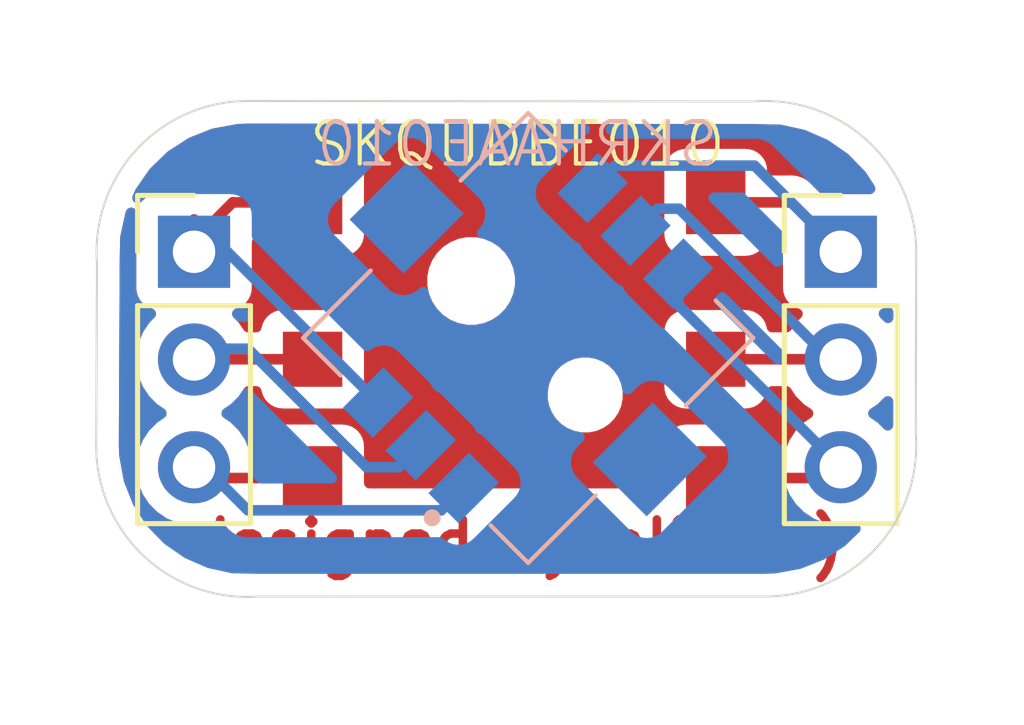
<source format=kicad_pcb>
(kicad_pcb (version 20171130) (host pcbnew 5.1.6)

  (general
    (thickness 1.6)
    (drawings 11)
    (tracks 31)
    (zones 0)
    (modules 4)
    (nets 1)
  )

  (page A4)
  (layers
    (0 F.Cu signal)
    (31 B.Cu signal)
    (32 B.Adhes user)
    (33 F.Adhes user)
    (34 B.Paste user)
    (35 F.Paste user)
    (36 B.SilkS user)
    (37 F.SilkS user)
    (38 B.Mask user)
    (39 F.Mask user)
    (40 Dwgs.User user)
    (41 Cmts.User user)
    (42 Eco1.User user)
    (43 Eco2.User user)
    (44 Edge.Cuts user)
    (45 Margin user)
    (46 B.CrtYd user)
    (47 F.CrtYd user)
    (48 B.Fab user)
    (49 F.Fab user hide)
  )

  (setup
    (last_trace_width 0.25)
    (trace_clearance 0.2)
    (zone_clearance 0.508)
    (zone_45_only no)
    (trace_min 0.2)
    (via_size 0.8)
    (via_drill 0.4)
    (via_min_size 0.4)
    (via_min_drill 0.3)
    (uvia_size 0.3)
    (uvia_drill 0.1)
    (uvias_allowed no)
    (uvia_min_size 0.2)
    (uvia_min_drill 0.1)
    (edge_width 0.05)
    (segment_width 0.2)
    (pcb_text_width 0.3)
    (pcb_text_size 1.5 1.5)
    (mod_edge_width 0.12)
    (mod_text_size 1 1)
    (mod_text_width 0.15)
    (pad_size 1.7 1.7)
    (pad_drill 1)
    (pad_to_mask_clearance 0.05)
    (aux_axis_origin 0 0)
    (visible_elements FFFFFF7F)
    (pcbplotparams
      (layerselection 0x010fc_ffffffff)
      (usegerberextensions false)
      (usegerberattributes true)
      (usegerberadvancedattributes true)
      (creategerberjobfile true)
      (excludeedgelayer true)
      (linewidth 0.150000)
      (plotframeref false)
      (viasonmask false)
      (mode 1)
      (useauxorigin false)
      (hpglpennumber 1)
      (hpglpenspeed 20)
      (hpglpendiameter 15.000000)
      (psnegative false)
      (psa4output false)
      (plotreference true)
      (plotvalue true)
      (plotinvisibletext false)
      (padsonsilk false)
      (subtractmaskfromsilk false)
      (outputformat 1)
      (mirror false)
      (drillshape 1)
      (scaleselection 1)
      (outputdirectory ""))
  )

  (net 0 "")

  (net_class Default "This is the default net class."
    (clearance 0.2)
    (trace_width 0.25)
    (via_dia 0.8)
    (via_drill 0.4)
    (uvia_dia 0.3)
    (uvia_drill 0.1)
  )

  (module Connector_PinHeader_2.54mm:PinHeader_1x03_P2.54mm_Vertical (layer F.Cu) (tedit 59FED5CC) (tstamp 5F2A50C2)
    (at 151.13 91.186)
    (descr "Through hole straight pin header, 1x03, 2.54mm pitch, single row")
    (tags "Through hole pin header THT 1x03 2.54mm single row")
    (fp_text reference REF** (at 0 -2.33) (layer F.SilkS) hide
      (effects (font (size 1 1) (thickness 0.15)))
    )
    (fp_text value PinHeader_1x03_P2.54mm_Vertical (at 0 7.41) (layer F.Fab)
      (effects (font (size 1 1) (thickness 0.15)))
    )
    (fp_line (start -0.635 -1.27) (end 1.27 -1.27) (layer F.Fab) (width 0.1))
    (fp_line (start 1.27 -1.27) (end 1.27 6.35) (layer F.Fab) (width 0.1))
    (fp_line (start 1.27 6.35) (end -1.27 6.35) (layer F.Fab) (width 0.1))
    (fp_line (start -1.27 6.35) (end -1.27 -0.635) (layer F.Fab) (width 0.1))
    (fp_line (start -1.27 -0.635) (end -0.635 -1.27) (layer F.Fab) (width 0.1))
    (fp_line (start -1.33 6.41) (end 1.33 6.41) (layer F.SilkS) (width 0.12))
    (fp_line (start -1.33 1.27) (end -1.33 6.41) (layer F.SilkS) (width 0.12))
    (fp_line (start 1.33 1.27) (end 1.33 6.41) (layer F.SilkS) (width 0.12))
    (fp_line (start -1.33 1.27) (end 1.33 1.27) (layer F.SilkS) (width 0.12))
    (fp_line (start -1.33 0) (end -1.33 -1.33) (layer F.SilkS) (width 0.12))
    (fp_line (start -1.33 -1.33) (end 0 -1.33) (layer F.SilkS) (width 0.12))
    (fp_line (start -1.8 -1.8) (end -1.8 6.85) (layer F.CrtYd) (width 0.05))
    (fp_line (start -1.8 6.85) (end 1.8 6.85) (layer F.CrtYd) (width 0.05))
    (fp_line (start 1.8 6.85) (end 1.8 -1.8) (layer F.CrtYd) (width 0.05))
    (fp_line (start 1.8 -1.8) (end -1.8 -1.8) (layer F.CrtYd) (width 0.05))
    (fp_text user %R (at 0 2.54 90) (layer F.Fab)
      (effects (font (size 1 1) (thickness 0.15)))
    )
    (pad 1 thru_hole rect (at 0 0) (size 1.7 1.7) (drill 1) (layers *.Cu *.Mask))
    (pad 2 thru_hole oval (at 0 2.54) (size 1.7 1.7) (drill 1) (layers *.Cu *.Mask))
    (pad 3 thru_hole oval (at 0 5.08) (size 1.7 1.7) (drill 1) (layers *.Cu *.Mask))
    (model ${KISYS3DMOD}/Connector_PinHeader_2.54mm.3dshapes/PinHeader_1x03_P2.54mm_Vertical.wrl
      (at (xyz 0 0 0))
      (scale (xyz 1 1 1))
      (rotate (xyz 0 0 0))
    )
  )

  (module Connector_PinHeader_2.54mm:PinHeader_1x03_P2.54mm_Vertical (layer F.Cu) (tedit 59FED5CC) (tstamp 5F2A5135)
    (at 166.37 91.186)
    (descr "Through hole straight pin header, 1x03, 2.54mm pitch, single row")
    (tags "Through hole pin header THT 1x03 2.54mm single row")
    (fp_text reference REF** (at 0 -2.33) (layer F.SilkS) hide
      (effects (font (size 1 1) (thickness 0.15)))
    )
    (fp_text value PinHeader_1x03_P2.54mm_Vertical (at 0 7.41) (layer F.Fab)
      (effects (font (size 1 1) (thickness 0.15)))
    )
    (fp_line (start 1.8 -1.8) (end -1.8 -1.8) (layer F.CrtYd) (width 0.05))
    (fp_line (start 1.8 6.85) (end 1.8 -1.8) (layer F.CrtYd) (width 0.05))
    (fp_line (start -1.8 6.85) (end 1.8 6.85) (layer F.CrtYd) (width 0.05))
    (fp_line (start -1.8 -1.8) (end -1.8 6.85) (layer F.CrtYd) (width 0.05))
    (fp_line (start -1.33 -1.33) (end 0 -1.33) (layer F.SilkS) (width 0.12))
    (fp_line (start -1.33 0) (end -1.33 -1.33) (layer F.SilkS) (width 0.12))
    (fp_line (start -1.33 1.27) (end 1.33 1.27) (layer F.SilkS) (width 0.12))
    (fp_line (start 1.33 1.27) (end 1.33 6.41) (layer F.SilkS) (width 0.12))
    (fp_line (start -1.33 1.27) (end -1.33 6.41) (layer F.SilkS) (width 0.12))
    (fp_line (start -1.33 6.41) (end 1.33 6.41) (layer F.SilkS) (width 0.12))
    (fp_line (start -1.27 -0.635) (end -0.635 -1.27) (layer F.Fab) (width 0.1))
    (fp_line (start -1.27 6.35) (end -1.27 -0.635) (layer F.Fab) (width 0.1))
    (fp_line (start 1.27 6.35) (end -1.27 6.35) (layer F.Fab) (width 0.1))
    (fp_line (start 1.27 -1.27) (end 1.27 6.35) (layer F.Fab) (width 0.1))
    (fp_line (start -0.635 -1.27) (end 1.27 -1.27) (layer F.Fab) (width 0.1))
    (fp_text user %R (at 0 2.54 90) (layer F.Fab)
      (effects (font (size 1 1) (thickness 0.15)))
    )
    (pad 3 thru_hole oval (at 0 5.08) (size 1.7 1.7) (drill 1) (layers *.Cu *.Mask))
    (pad 2 thru_hole oval (at 0 2.54) (size 1.7 1.7) (drill 1) (layers *.Cu *.Mask))
    (pad 1 thru_hole rect (at 0 0) (size 1.7 1.7) (drill 1) (layers *.Cu *.Mask))
    (model ${KISYS3DMOD}/Connector_PinHeader_2.54mm.3dshapes/PinHeader_1x03_P2.54mm_Vertical.wrl
      (at (xyz 0 0 0))
      (scale (xyz 1 1 1))
      (rotate (xyz 0 0 0))
    )
  )

  (module "Alice's Library:SKRHABE010" (layer B.Cu) (tedit 0) (tstamp 5F2A47DF)
    (at 159.004 93.218 45)
    (descr SKRHABE010-1)
    (tags Switch)
    (fp_text reference S** (at -0.225 0 45) (layer B.SilkS) hide
      (effects (font (size 1.27 1.27) (thickness 0.254)) (justify mirror))
    )
    (fp_text value SKRHABE010 (at -0.225 0 45) (layer B.SilkS) hide
      (effects (font (size 1.27 1.27) (thickness 0.254)) (justify mirror))
    )
    (fp_line (start -4.6 1.3) (end -4.6 1.3) (layer B.SilkS) (width 0.2))
    (fp_line (start -4.6 1.5) (end -4.6 1.5) (layer B.SilkS) (width 0.2))
    (fp_line (start 3.75 -3.75) (end 3.75 -2.5) (layer B.SilkS) (width 0.1))
    (fp_line (start 1.5 -3.75) (end 3.75 -3.75) (layer B.SilkS) (width 0.1))
    (fp_line (start -3.75 -3.75) (end -1.5 -3.75) (layer B.SilkS) (width 0.1))
    (fp_line (start -3.75 -2.5) (end -3.75 -3.75) (layer B.SilkS) (width 0.1))
    (fp_line (start 3.75 3.75) (end 3.75 2.5) (layer B.SilkS) (width 0.1))
    (fp_line (start 1.5 3.75) (end 3.75 3.75) (layer B.SilkS) (width 0.1))
    (fp_line (start -3.75 3.75) (end -3.75 2.5) (layer B.SilkS) (width 0.1))
    (fp_line (start -1.5 3.75) (end -3.75 3.75) (layer B.SilkS) (width 0.1))
    (fp_line (start -5.7 -5.95) (end -5.7 5.95) (layer B.CrtYd) (width 0.1))
    (fp_line (start 5.25 -5.95) (end -5.7 -5.95) (layer B.CrtYd) (width 0.1))
    (fp_line (start 5.25 5.95) (end 5.25 -5.95) (layer B.CrtYd) (width 0.1))
    (fp_line (start -5.7 5.95) (end 5.25 5.95) (layer B.CrtYd) (width 0.1))
    (fp_line (start -3.75 -3.75) (end -3.75 3.75) (layer B.Fab) (width 0.2))
    (fp_line (start 3.75 -3.75) (end -3.75 -3.75) (layer B.Fab) (width 0.2))
    (fp_line (start 3.75 3.75) (end 3.75 -3.75) (layer B.Fab) (width 0.2))
    (fp_line (start -3.75 3.75) (end 3.75 3.75) (layer B.Fab) (width 0.2))
    (fp_arc (start -4.6 1.4) (end -4.6 1.3) (angle -180) (layer B.SilkS) (width 0.2))
    (fp_arc (start -4.6 1.4) (end -4.6 1.5) (angle -180) (layer B.SilkS) (width 0.2))
    (fp_text user %R (at -0.225 0 45) (layer B.Fab) hide
      (effects (font (size 1.27 1.27) (thickness 0.254)) (justify mirror))
    )
    (pad GB2 np_thru_hole circle (at 0 -1.9 45) (size 1.05 0) (drill 1.05) (layers *.Cu *.Mask))
    (pad GB1 np_thru_hole circle (at 0 1.9 45) (size 0.75 0) (drill 0.75) (layers *.Cu *.Mask))
    (pad 8 smd rect (at 0 -4.05 315) (size 1.8 2) (layers B.Cu B.Paste B.Mask))
    (pad 7 smd rect (at 0 4.05 315) (size 1.8 2) (layers B.Cu B.Paste B.Mask))
    (pad 6 smd rect (at 3.575 -1.425 315) (size 1 1.35) (layers B.Cu B.Paste B.Mask))
    (pad 5 smd rect (at 3.575 0 315) (size 1 1.35) (layers B.Cu B.Paste B.Mask))
    (pad 4 smd rect (at 3.575 1.425 315) (size 1 1.35) (layers B.Cu B.Paste B.Mask))
    (pad 3 smd rect (at -3.575 -1.425 315) (size 1 1.35) (layers B.Cu B.Paste B.Mask))
    (pad 2 smd rect (at -3.575 0 315) (size 1 1.35) (layers B.Cu B.Paste B.Mask))
    (pad 1 smd rect (at -3.575 1.425 315) (size 1 1.35) (layers B.Cu B.Paste B.Mask))
    (model D:\cad\kicad\SamacSys_Parts.3dshapes\SKRHABE010.stp
      (at (xyz 0 0 0))
      (scale (xyz 1 1 1))
      (rotate (xyz 0 0 0))
    )
  )

  (module "Alice's Library:Alps SKQUCAA010" (layer F.Cu) (tedit 5F29D74F) (tstamp 5F2A4724)
    (at 153.924 90.02)
    (fp_text reference REF** (at 5.08 -0.762) (layer F.SilkS) hide
      (effects (font (size 1 1) (thickness 0.15)))
    )
    (fp_text value "Alps SKQUCAA010" (at 5.08 -3.81) (layer F.Fab)
      (effects (font (size 1 1) (thickness 0.15)))
    )
    (fp_line (start 5.715 2.54) (end 4.445 2.54) (layer Dwgs.User) (width 0.12))
    (fp_line (start 5.715 3.81) (end 5.715 2.54) (layer Dwgs.User) (width 0.12))
    (fp_line (start 4.445 3.81) (end 5.715 3.81) (layer Dwgs.User) (width 0.12))
    (fp_line (start 4.445 2.54) (end 4.445 3.81) (layer Dwgs.User) (width 0.12))
    (fp_circle (center 5.08 3.175) (end 6.35 1.27) (layer Dwgs.User) (width 0.12))
    (fp_circle (center 5.08 3.175) (end 6.35 0.635) (layer Dwgs.User) (width 0.12))
    (fp_line (start 9.5 6.5) (end 9.5 0) (layer Dwgs.User) (width 0.12))
    (fp_line (start 0 0) (end 0 6.5) (layer Dwgs.User) (width 0.12))
    (fp_line (start 0 6.5) (end 9.5 6.5) (layer Dwgs.User) (width 0.12))
    (fp_line (start 0 0) (end 9.5 0) (layer Dwgs.User) (width 0.12))
    (pad 5 smd rect (at 9.5 3.7) (size 1.4 1.3) (layers F.Cu F.Paste F.Mask))
    (pad 2 smd rect (at 0 3.7) (size 1.4 1.3) (layers F.Cu F.Paste F.Mask))
    (pad 4 smd rect (at 9.5 6.5) (size 1.4 1.5) (layers F.Cu F.Paste F.Mask))
    (pad 3 smd rect (at 0 6.5) (size 1.4 1.5) (layers F.Cu F.Paste F.Mask))
    (pad 6 smd rect (at 9.5 0) (size 1.4 1.5) (layers F.Cu F.Paste F.Mask))
    (pad 1 smd rect (at 0 0) (size 1.4 1.5) (layers F.Cu F.Paste F.Mask))
  )

  (gr_text "designed by alice :)" (at 158.75 98.044) (layer F.Cu)
    (effects (font (size 1 1) (thickness 0.2)))
  )
  (gr_text SKRHAAE010 (at 158.75 88.646) (layer B.SilkS)
    (effects (font (size 1 1) (thickness 0.1)) (justify mirror))
  )
  (gr_text SKQUDBE010 (at 158.75 88.646) (layer F.SilkS)
    (effects (font (size 1 1) (thickness 0.1)))
  )
  (gr_line (start 148.825267 95.768474) (end 148.844 91.458733) (layer Edge.Cuts) (width 0.05) (tstamp 5F2A528D))
  (gr_line (start 168.137526 95.485267) (end 168.148 91.186) (layer Edge.Cuts) (width 0.05) (tstamp 5F2A5273))
  (gr_arc (start 164.592 95.758) (end 164.592 99.314) (angle -94.39870535) (layer Edge.Cuts) (width 0.05) (tstamp 5F2A5245))
  (gr_arc (start 164.592 91.186) (end 168.148 91.186) (angle -94.39870535) (layer Edge.Cuts) (width 0.05) (tstamp 5F2A5240))
  (gr_arc (start 152.381267 95.768474) (end 148.825267 95.768474) (angle -94.39870535) (layer Edge.Cuts) (width 0.05) (tstamp 5F2A51FF))
  (gr_arc (start 152.389526 91.186) (end 152.389526 87.63) (angle -94.39870535) (layer Edge.Cuts) (width 0.05))
  (gr_line (start 164.319267 87.640474) (end 152.389526 87.63) (layer Edge.Cuts) (width 0.05) (tstamp 5F2A5186))
  (gr_line (start 152.654 99.314) (end 164.592 99.314) (layer Edge.Cuts) (width 0.05))

  (segment (start 151.13 90.932) (end 151.13 90.424) (width 0.25) (layer F.Cu) (net 0))
  (segment (start 152.042 90.02) (end 151.13 90.932) (width 0.25) (layer F.Cu) (net 0))
  (segment (start 153.924 90.02) (end 152.042 90.02) (width 0.25) (layer F.Cu) (net 0))
  (segment (start 165.204 90.02) (end 166.37 91.186) (width 0.25) (layer F.Cu) (net 0))
  (segment (start 163.424 90.02) (end 165.204 90.02) (width 0.25) (layer F.Cu) (net 0))
  (segment (start 151.378 93.72) (end 151.13 93.472) (width 0.25) (layer F.Cu) (net 0))
  (segment (start 153.924 93.72) (end 151.378 93.72) (width 0.25) (layer F.Cu) (net 0))
  (segment (start 166.364 93.72) (end 166.37 93.726) (width 0.25) (layer F.Cu) (net 0))
  (segment (start 163.424 93.72) (end 166.364 93.72) (width 0.25) (layer F.Cu) (net 0))
  (segment (start 151.638 96.52) (end 151.13 96.012) (width 0.25) (layer F.Cu) (net 0))
  (segment (start 153.924 96.52) (end 151.638 96.52) (width 0.25) (layer F.Cu) (net 0))
  (segment (start 166.116 96.52) (end 166.37 96.266) (width 0.25) (layer F.Cu) (net 0))
  (segment (start 163.424 96.52) (end 166.116 96.52) (width 0.25) (layer F.Cu) (net 0))
  (segment (start 151.662186 90.932) (end 151.13 90.932) (width 0.25) (layer B.Cu) (net 0))
  (segment (start 155.468466 94.73828) (end 151.662186 90.932) (width 0.25) (layer B.Cu) (net 0))
  (segment (start 156.476093 95.745907) (end 155.956 96.266) (width 0.25) (layer B.Cu) (net 0))
  (segment (start 155.956 96.266) (end 155.194 96.266) (width 0.25) (layer B.Cu) (net 0))
  (segment (start 152.4 93.472) (end 151.13 93.472) (width 0.25) (layer B.Cu) (net 0))
  (segment (start 155.194 96.266) (end 152.4 93.472) (width 0.25) (layer B.Cu) (net 0))
  (segment (start 156.955254 97.282) (end 152.4 97.282) (width 0.25) (layer B.Cu) (net 0))
  (segment (start 152.4 97.282) (end 151.13 96.012) (width 0.25) (layer B.Cu) (net 0))
  (segment (start 157.48372 96.753534) (end 156.955254 97.282) (width 0.25) (layer B.Cu) (net 0))
  (segment (start 162.539534 92.435534) (end 166.37 96.266) (width 0.25) (layer B.Cu) (net 0))
  (segment (start 162.539534 91.69772) (end 162.539534 92.435534) (width 0.25) (layer B.Cu) (net 0))
  (segment (start 161.531907 90.690093) (end 162.052 90.17) (width 0.25) (layer B.Cu) (net 0))
  (segment (start 162.052 90.17) (end 162.56 90.17) (width 0.25) (layer B.Cu) (net 0))
  (segment (start 166.116 93.726) (end 166.37 93.726) (width 0.25) (layer B.Cu) (net 0))
  (segment (start 162.56 90.17) (end 166.116 93.726) (width 0.25) (layer B.Cu) (net 0))
  (segment (start 160.52428 89.682466) (end 161.052746 89.154) (width 0.25) (layer B.Cu) (net 0))
  (segment (start 164.338 89.154) (end 166.37 91.186) (width 0.25) (layer B.Cu) (net 0))
  (segment (start 161.052746 89.154) (end 164.338 89.154) (width 0.25) (layer B.Cu) (net 0))

  (zone (net 0) (net_name "") (layers F&B.Cu) (tstamp 0) (hatch edge 0.508)
    (connect_pads (clearance 0.508))
    (min_thickness 0.254)
    (keepout (tracks not_allowed) (vias not_allowed) (copperpour allowed))
    (fill (arc_segments 32) (thermal_gap 0.508) (thermal_bridge_width 0.508))
    (polygon
      (pts
        (xy 170.688 102.362) (xy 146.558 102.362) (xy 146.558 85.598) (xy 170.434 85.598)
      )
    )
  )
  (zone (net 0) (net_name "") (layer F.Cu) (tstamp 0) (hatch edge 0.508)
    (connect_pads (clearance 0.508))
    (min_thickness 0.254)
    (fill yes (arc_segments 32) (thermal_gap 0.508) (thermal_bridge_width 0.508))
    (polygon
      (pts
        (xy 170.688 102.362) (xy 146.558 102.362) (xy 146.558 85.598) (xy 170.434 85.598)
      )
    )
    (filled_polygon
      (pts
        (xy 149.641928 90.336) (xy 149.641928 92.036) (xy 149.654188 92.160482) (xy 149.690498 92.28018) (xy 149.749463 92.390494)
        (xy 149.828815 92.487185) (xy 149.925506 92.566537) (xy 150.03582 92.625502) (xy 150.10838 92.647513) (xy 149.976525 92.779368)
        (xy 149.81401 93.022589) (xy 149.702068 93.292842) (xy 149.645 93.57974) (xy 149.645 93.87226) (xy 149.702068 94.159158)
        (xy 149.81401 94.429411) (xy 149.976525 94.672632) (xy 150.183368 94.879475) (xy 150.35776 94.996) (xy 150.183368 95.112525)
        (xy 149.976525 95.319368) (xy 149.81401 95.562589) (xy 149.702068 95.832842) (xy 149.645 96.11974) (xy 149.645 96.41226)
        (xy 149.702068 96.699158) (xy 149.81401 96.969411) (xy 149.976525 97.212632) (xy 150.183368 97.419475) (xy 150.348334 97.529702)
        (xy 150.348334 97.807837) (xy 150.114131 97.565302) (xy 149.808304 97.090728) (xy 149.600477 96.565783) (xy 149.49522 95.992211)
        (xy 149.485326 95.756078) (xy 149.503969 91.467131) (xy 149.517048 90.84341) (xy 149.638295 90.292007) (xy 149.648579 90.26847)
      )
    )
    (filled_polygon
      (pts
        (xy 164.312045 88.300468) (xy 164.93459 88.313522) (xy 165.485993 88.434769) (xy 166.003354 88.660811) (xy 166.466955 88.983038)
        (xy 166.859137 89.389173) (xy 167.058105 89.697928) (xy 165.956729 89.697928) (xy 165.767804 89.509003) (xy 165.744001 89.479999)
        (xy 165.628276 89.385026) (xy 165.496247 89.314454) (xy 165.352986 89.270997) (xy 165.241333 89.26) (xy 165.241322 89.26)
        (xy 165.204 89.256324) (xy 165.166678 89.26) (xy 164.761087 89.26) (xy 164.749812 89.145518) (xy 164.713502 89.02582)
        (xy 164.654537 88.915506) (xy 164.575185 88.818815) (xy 164.478494 88.739463) (xy 164.36818 88.680498) (xy 164.248482 88.644188)
        (xy 164.124 88.631928) (xy 162.724 88.631928) (xy 162.599518 88.644188) (xy 162.47982 88.680498) (xy 162.369506 88.739463)
        (xy 162.272815 88.818815) (xy 162.193463 88.915506) (xy 162.134498 89.02582) (xy 162.098188 89.145518) (xy 162.085928 89.27)
        (xy 162.085928 90.77) (xy 162.098188 90.894482) (xy 162.134498 91.01418) (xy 162.193463 91.124494) (xy 162.272815 91.221185)
        (xy 162.369506 91.300537) (xy 162.47982 91.359502) (xy 162.599518 91.395812) (xy 162.724 91.408072) (xy 164.124 91.408072)
        (xy 164.248482 91.395812) (xy 164.36818 91.359502) (xy 164.478494 91.300537) (xy 164.575185 91.221185) (xy 164.654537 91.124494)
        (xy 164.713502 91.01418) (xy 164.749812 90.894482) (xy 164.761087 90.78) (xy 164.881928 90.78) (xy 164.881928 92.036)
        (xy 164.894188 92.160482) (xy 164.930498 92.28018) (xy 164.989463 92.390494) (xy 165.068815 92.487185) (xy 165.165506 92.566537)
        (xy 165.27582 92.625502) (xy 165.34838 92.647513) (xy 165.216525 92.779368) (xy 165.095831 92.96) (xy 164.751238 92.96)
        (xy 164.749812 92.945518) (xy 164.713502 92.82582) (xy 164.654537 92.715506) (xy 164.575185 92.618815) (xy 164.478494 92.539463)
        (xy 164.36818 92.480498) (xy 164.248482 92.444188) (xy 164.124 92.431928) (xy 162.724 92.431928) (xy 162.599518 92.444188)
        (xy 162.47982 92.480498) (xy 162.369506 92.539463) (xy 162.272815 92.618815) (xy 162.193463 92.715506) (xy 162.134498 92.82582)
        (xy 162.098188 92.945518) (xy 162.085928 93.07) (xy 162.085928 94.37) (xy 162.098188 94.494482) (xy 162.134498 94.61418)
        (xy 162.193463 94.724494) (xy 162.272815 94.821185) (xy 162.369506 94.900537) (xy 162.47982 94.959502) (xy 162.599518 94.995812)
        (xy 162.724 95.008072) (xy 164.124 95.008072) (xy 164.248482 94.995812) (xy 164.36818 94.959502) (xy 164.478494 94.900537)
        (xy 164.575185 94.821185) (xy 164.654537 94.724494) (xy 164.713502 94.61418) (xy 164.749812 94.494482) (xy 164.751238 94.48)
        (xy 165.087812 94.48) (xy 165.216525 94.672632) (xy 165.423368 94.879475) (xy 165.59776 94.996) (xy 165.423368 95.112525)
        (xy 165.216525 95.319368) (xy 165.05401 95.562589) (xy 164.97224 95.76) (xy 164.761087 95.76) (xy 164.749812 95.645518)
        (xy 164.713502 95.52582) (xy 164.654537 95.415506) (xy 164.575185 95.318815) (xy 164.478494 95.239463) (xy 164.36818 95.180498)
        (xy 164.248482 95.144188) (xy 164.124 95.131928) (xy 162.724 95.131928) (xy 162.599518 95.144188) (xy 162.47982 95.180498)
        (xy 162.369506 95.239463) (xy 162.272815 95.318815) (xy 162.193463 95.415506) (xy 162.134498 95.52582) (xy 162.098188 95.645518)
        (xy 162.085928 95.77) (xy 162.085928 96.639) (xy 155.262072 96.639) (xy 155.262072 95.77) (xy 155.249812 95.645518)
        (xy 155.213502 95.52582) (xy 155.154537 95.415506) (xy 155.075185 95.318815) (xy 154.978494 95.239463) (xy 154.86818 95.180498)
        (xy 154.748482 95.144188) (xy 154.624 95.131928) (xy 153.224 95.131928) (xy 153.099518 95.144188) (xy 152.97982 95.180498)
        (xy 152.869506 95.239463) (xy 152.772815 95.318815) (xy 152.693463 95.415506) (xy 152.634498 95.52582) (xy 152.598188 95.645518)
        (xy 152.586913 95.76) (xy 152.52776 95.76) (xy 152.44599 95.562589) (xy 152.283475 95.319368) (xy 152.076632 95.112525)
        (xy 151.90224 94.996) (xy 152.076632 94.879475) (xy 152.283475 94.672632) (xy 152.412188 94.48) (xy 152.596762 94.48)
        (xy 152.598188 94.494482) (xy 152.634498 94.61418) (xy 152.693463 94.724494) (xy 152.772815 94.821185) (xy 152.869506 94.900537)
        (xy 152.97982 94.959502) (xy 153.099518 94.995812) (xy 153.224 95.008072) (xy 154.624 95.008072) (xy 154.748482 94.995812)
        (xy 154.86818 94.959502) (xy 154.978494 94.900537) (xy 155.075185 94.821185) (xy 155.154537 94.724494) (xy 155.213502 94.61418)
        (xy 155.249812 94.494482) (xy 155.253008 94.462027) (xy 159.337503 94.462027) (xy 159.337503 94.660979) (xy 159.376317 94.856109)
        (xy 159.452453 95.039917) (xy 159.562985 95.20534) (xy 159.703666 95.346021) (xy 159.869089 95.456553) (xy 160.052897 95.532689)
        (xy 160.248027 95.571503) (xy 160.446979 95.571503) (xy 160.642109 95.532689) (xy 160.825917 95.456553) (xy 160.99134 95.346021)
        (xy 161.132021 95.20534) (xy 161.242553 95.039917) (xy 161.318689 94.856109) (xy 161.357503 94.660979) (xy 161.357503 94.462027)
        (xy 161.318689 94.266897) (xy 161.242553 94.083089) (xy 161.132021 93.917666) (xy 160.99134 93.776985) (xy 160.825917 93.666453)
        (xy 160.642109 93.590317) (xy 160.446979 93.551503) (xy 160.248027 93.551503) (xy 160.052897 93.590317) (xy 159.869089 93.666453)
        (xy 159.703666 93.776985) (xy 159.562985 93.917666) (xy 159.452453 94.083089) (xy 159.376317 94.266897) (xy 159.337503 94.462027)
        (xy 155.253008 94.462027) (xy 155.262072 94.37) (xy 155.262072 93.07) (xy 155.249812 92.945518) (xy 155.213502 92.82582)
        (xy 155.154537 92.715506) (xy 155.075185 92.618815) (xy 154.978494 92.539463) (xy 154.86818 92.480498) (xy 154.748482 92.444188)
        (xy 154.624 92.431928) (xy 153.224 92.431928) (xy 153.099518 92.444188) (xy 152.97982 92.480498) (xy 152.869506 92.539463)
        (xy 152.772815 92.618815) (xy 152.693463 92.715506) (xy 152.634498 92.82582) (xy 152.598188 92.945518) (xy 152.596762 92.96)
        (xy 152.404169 92.96) (xy 152.283475 92.779368) (xy 152.15162 92.647513) (xy 152.22418 92.625502) (xy 152.334494 92.566537)
        (xy 152.431185 92.487185) (xy 152.510537 92.390494) (xy 152.569502 92.28018) (xy 152.605812 92.160482) (xy 152.618072 92.036)
        (xy 152.618072 91.760247) (xy 156.500497 91.760247) (xy 156.500497 91.988747) (xy 156.545075 92.212857) (xy 156.632518 92.423963)
        (xy 156.759466 92.613954) (xy 156.92104 92.775528) (xy 157.111031 92.902476) (xy 157.322137 92.989919) (xy 157.546247 93.034497)
        (xy 157.774747 93.034497) (xy 157.998857 92.989919) (xy 158.209963 92.902476) (xy 158.399954 92.775528) (xy 158.561528 92.613954)
        (xy 158.688476 92.423963) (xy 158.775919 92.212857) (xy 158.820497 91.988747) (xy 158.820497 91.760247) (xy 158.775919 91.536137)
        (xy 158.688476 91.325031) (xy 158.561528 91.13504) (xy 158.399954 90.973466) (xy 158.209963 90.846518) (xy 157.998857 90.759075)
        (xy 157.774747 90.714497) (xy 157.546247 90.714497) (xy 157.322137 90.759075) (xy 157.111031 90.846518) (xy 156.92104 90.973466)
        (xy 156.759466 91.13504) (xy 156.632518 91.325031) (xy 156.545075 91.536137) (xy 156.500497 91.760247) (xy 152.618072 91.760247)
        (xy 152.618072 90.960031) (xy 152.634498 91.01418) (xy 152.693463 91.124494) (xy 152.772815 91.221185) (xy 152.869506 91.300537)
        (xy 152.97982 91.359502) (xy 153.099518 91.395812) (xy 153.224 91.408072) (xy 154.624 91.408072) (xy 154.748482 91.395812)
        (xy 154.86818 91.359502) (xy 154.978494 91.300537) (xy 155.075185 91.221185) (xy 155.154537 91.124494) (xy 155.213502 91.01418)
        (xy 155.249812 90.894482) (xy 155.262072 90.77) (xy 155.262072 89.27) (xy 155.249812 89.145518) (xy 155.213502 89.02582)
        (xy 155.154537 88.915506) (xy 155.075185 88.818815) (xy 154.978494 88.739463) (xy 154.86818 88.680498) (xy 154.748482 88.644188)
        (xy 154.624 88.631928) (xy 153.224 88.631928) (xy 153.099518 88.644188) (xy 152.97982 88.680498) (xy 152.869506 88.739463)
        (xy 152.772815 88.818815) (xy 152.693463 88.915506) (xy 152.634498 89.02582) (xy 152.598188 89.145518) (xy 152.586913 89.26)
        (xy 152.079325 89.26) (xy 152.042 89.256324) (xy 152.004675 89.26) (xy 152.004667 89.26) (xy 151.893014 89.270997)
        (xy 151.749753 89.314454) (xy 151.617724 89.385026) (xy 151.501999 89.479999) (xy 151.478201 89.508997) (xy 151.304471 89.682728)
        (xy 151.278986 89.674997) (xy 151.13 89.660323) (xy 150.981015 89.674997) (xy 150.90542 89.697928) (xy 150.28 89.697928)
        (xy 150.155518 89.710188) (xy 150.03582 89.746498) (xy 149.925506 89.805463) (xy 149.828815 89.884815) (xy 149.801845 89.917679)
        (xy 149.864337 89.774646) (xy 150.186564 89.311045) (xy 150.592699 88.918863) (xy 151.067275 88.613036) (xy 151.592217 88.40521)
        (xy 152.16579 88.299953) (xy 152.403053 88.290012)
      )
    )
    (filled_polygon
      (pts
        (xy 167.478039 95.273932) (xy 167.316632 95.112525) (xy 167.14224 94.996) (xy 167.316632 94.879475) (xy 167.479396 94.716711)
      )
    )
    (filled_polygon
      (pts
        (xy 167.484212 92.740105) (xy 167.39162 92.647513) (xy 167.46418 92.625502) (xy 167.484518 92.614631)
      )
    )
  )
  (zone (net 0) (net_name "") (layer B.Cu) (tstamp 0) (hatch edge 0.508)
    (connect_pads (clearance 0.508))
    (min_thickness 0.254)
    (fill yes (arc_segments 32) (thermal_gap 0.508) (thermal_bridge_width 0.508))
    (polygon
      (pts
        (xy 170.688 102.362) (xy 146.558 102.362) (xy 146.558 85.598) (xy 170.434 85.598)
      )
    )
    (filled_polygon
      (pts
        (xy 160.338617 88.296979) (xy 160.29353 88.321079) (xy 160.196839 88.400431) (xy 159.242245 89.355025) (xy 159.162893 89.451716)
        (xy 159.103928 89.56203) (xy 159.067618 89.681728) (xy 159.055358 89.80621) (xy 159.067618 89.930692) (xy 159.103928 90.05039)
        (xy 159.162893 90.160704) (xy 159.242245 90.257395) (xy 159.949351 90.964501) (xy 160.046042 91.043853) (xy 160.127161 91.087212)
        (xy 160.17052 91.168331) (xy 160.249872 91.265022) (xy 160.956978 91.972128) (xy 161.053669 92.05148) (xy 161.134788 92.094839)
        (xy 161.178147 92.175958) (xy 161.257499 92.272649) (xy 161.964605 92.979755) (xy 162.061296 93.059107) (xy 162.119322 93.090123)
        (xy 164.92879 95.899592) (xy 164.885 96.11974) (xy 164.885 96.41226) (xy 164.942068 96.699158) (xy 165.05401 96.969411)
        (xy 165.216525 97.212632) (xy 165.423368 97.419475) (xy 165.666589 97.58199) (xy 165.936842 97.693932) (xy 166.22374 97.751)
        (xy 166.51626 97.751) (xy 166.713306 97.711805) (xy 166.388828 98.025136) (xy 165.914254 98.330963) (xy 165.389309 98.53879)
        (xy 164.815737 98.644047) (xy 164.57819 98.654) (xy 152.660922 98.654) (xy 152.038677 98.640952) (xy 151.487274 98.519705)
        (xy 150.96991 98.29366) (xy 150.506315 97.971437) (xy 150.114131 97.565302) (xy 149.808304 97.090728) (xy 149.600477 96.565783)
        (xy 149.49522 95.992211) (xy 149.485326 95.756078) (xy 149.503969 91.467131) (xy 149.517048 90.84341) (xy 149.638295 90.292007)
        (xy 149.648579 90.26847) (xy 149.641928 90.336) (xy 149.641928 92.036) (xy 149.654188 92.160482) (xy 149.690498 92.28018)
        (xy 149.749463 92.390494) (xy 149.828815 92.487185) (xy 149.925506 92.566537) (xy 150.03582 92.625502) (xy 150.10838 92.647513)
        (xy 149.976525 92.779368) (xy 149.81401 93.022589) (xy 149.702068 93.292842) (xy 149.645 93.57974) (xy 149.645 93.87226)
        (xy 149.702068 94.159158) (xy 149.81401 94.429411) (xy 149.976525 94.672632) (xy 150.183368 94.879475) (xy 150.35776 94.996)
        (xy 150.183368 95.112525) (xy 149.976525 95.319368) (xy 149.81401 95.562589) (xy 149.702068 95.832842) (xy 149.645 96.11974)
        (xy 149.645 96.41226) (xy 149.702068 96.699158) (xy 149.81401 96.969411) (xy 149.976525 97.212632) (xy 150.183368 97.419475)
        (xy 150.426589 97.58199) (xy 150.696842 97.693932) (xy 150.98374 97.751) (xy 151.27626 97.751) (xy 151.563158 97.693932)
        (xy 151.686175 97.642977) (xy 151.836201 97.793003) (xy 151.859999 97.822001) (xy 151.975724 97.916974) (xy 152.107753 97.987546)
        (xy 152.251014 98.031003) (xy 152.362667 98.042) (xy 152.362676 98.042) (xy 152.399999 98.045676) (xy 152.437322 98.042)
        (xy 156.916627 98.042) (xy 157.005482 98.114921) (xy 157.115796 98.173886) (xy 157.235494 98.210196) (xy 157.359976 98.222456)
        (xy 157.484458 98.210196) (xy 157.604156 98.173886) (xy 157.71447 98.114921) (xy 157.811161 98.035569) (xy 158.765755 97.080975)
        (xy 158.845107 96.984284) (xy 158.904072 96.87397) (xy 158.940382 96.754272) (xy 158.952642 96.62979) (xy 158.940382 96.505308)
        (xy 158.904072 96.38561) (xy 158.845107 96.275296) (xy 158.765755 96.178605) (xy 158.058649 95.471499) (xy 157.961958 95.392147)
        (xy 157.880839 95.348788) (xy 157.83748 95.267669) (xy 157.758128 95.170978) (xy 157.051022 94.463872) (xy 157.048774 94.462027)
        (xy 159.337503 94.462027) (xy 159.337503 94.660979) (xy 159.376317 94.856109) (xy 159.452453 95.039917) (xy 159.562985 95.20534)
        (xy 159.703666 95.346021) (xy 159.869089 95.456553) (xy 160.052897 95.532689) (xy 160.210386 95.564016) (xy 160.073094 95.701308)
        (xy 159.993742 95.797999) (xy 159.934777 95.908313) (xy 159.898467 96.028011) (xy 159.886207 96.152493) (xy 159.898467 96.276975)
        (xy 159.934777 96.396673) (xy 159.993742 96.506987) (xy 160.073094 96.603678) (xy 161.345886 97.87647) (xy 161.442577 97.955822)
        (xy 161.552891 98.014787) (xy 161.672589 98.051097) (xy 161.797071 98.063357) (xy 161.921553 98.051097) (xy 162.041251 98.014787)
        (xy 162.151565 97.955822) (xy 162.248256 97.87647) (xy 163.66247 96.462256) (xy 163.741822 96.365565) (xy 163.800787 96.255251)
        (xy 163.837097 96.135553) (xy 163.849357 96.011071) (xy 163.837097 95.886589) (xy 163.800787 95.766891) (xy 163.741822 95.656577)
        (xy 163.66247 95.559886) (xy 162.389678 94.287094) (xy 162.292987 94.207742) (xy 162.182673 94.148777) (xy 162.062975 94.112467)
        (xy 161.938493 94.100207) (xy 161.814011 94.112467) (xy 161.694313 94.148777) (xy 161.583999 94.207742) (xy 161.487308 94.287094)
        (xy 161.350016 94.424386) (xy 161.318689 94.266897) (xy 161.242553 94.083089) (xy 161.132021 93.917666) (xy 160.99134 93.776985)
        (xy 160.825917 93.666453) (xy 160.642109 93.590317) (xy 160.446979 93.551503) (xy 160.248027 93.551503) (xy 160.052897 93.590317)
        (xy 159.869089 93.666453) (xy 159.703666 93.776985) (xy 159.562985 93.917666) (xy 159.452453 94.083089) (xy 159.376317 94.266897)
        (xy 159.337503 94.462027) (xy 157.048774 94.462027) (xy 156.954331 94.38452) (xy 156.873212 94.341161) (xy 156.829853 94.260042)
        (xy 156.750501 94.163351) (xy 156.043395 93.456245) (xy 155.946704 93.376893) (xy 155.83639 93.317928) (xy 155.716692 93.281618)
        (xy 155.59221 93.269358) (xy 155.467728 93.281618) (xy 155.34803 93.317928) (xy 155.237716 93.376893) (xy 155.207049 93.402061)
        (xy 152.618072 90.813085) (xy 152.618072 90.424929) (xy 154.158643 90.424929) (xy 154.170903 90.549411) (xy 154.207213 90.669109)
        (xy 154.266178 90.779423) (xy 154.34553 90.876114) (xy 155.618322 92.148906) (xy 155.715013 92.228258) (xy 155.825327 92.287223)
        (xy 155.945025 92.323533) (xy 156.069507 92.335793) (xy 156.193989 92.323533) (xy 156.313687 92.287223) (xy 156.424001 92.228258)
        (xy 156.520692 92.148906) (xy 156.53042 92.139178) (xy 156.545075 92.212857) (xy 156.632518 92.423963) (xy 156.759466 92.613954)
        (xy 156.92104 92.775528) (xy 157.111031 92.902476) (xy 157.322137 92.989919) (xy 157.546247 93.034497) (xy 157.774747 93.034497)
        (xy 157.998857 92.989919) (xy 158.209963 92.902476) (xy 158.399954 92.775528) (xy 158.561528 92.613954) (xy 158.688476 92.423963)
        (xy 158.775919 92.212857) (xy 158.820497 91.988747) (xy 158.820497 91.760247) (xy 158.775919 91.536137) (xy 158.688476 91.325031)
        (xy 158.561528 91.13504) (xy 158.399954 90.973466) (xy 158.209963 90.846518) (xy 157.998857 90.759075) (xy 157.925178 90.74442)
        (xy 157.934906 90.734692) (xy 158.014258 90.638001) (xy 158.073223 90.527687) (xy 158.109533 90.407989) (xy 158.121793 90.283507)
        (xy 158.109533 90.159025) (xy 158.073223 90.039327) (xy 158.014258 89.929013) (xy 157.934906 89.832322) (xy 156.662114 88.55953)
        (xy 156.565423 88.480178) (xy 156.455109 88.421213) (xy 156.335411 88.384903) (xy 156.210929 88.372643) (xy 156.086447 88.384903)
        (xy 155.966749 88.421213) (xy 155.856435 88.480178) (xy 155.759744 88.55953) (xy 154.34553 89.973744) (xy 154.266178 90.070435)
        (xy 154.207213 90.180749) (xy 154.170903 90.300447) (xy 154.158643 90.424929) (xy 152.618072 90.424929) (xy 152.618072 90.336)
        (xy 152.605812 90.211518) (xy 152.569502 90.09182) (xy 152.510537 89.981506) (xy 152.431185 89.884815) (xy 152.334494 89.805463)
        (xy 152.22418 89.746498) (xy 152.104482 89.710188) (xy 151.98 89.697928) (xy 150.28 89.697928) (xy 150.155518 89.710188)
        (xy 150.03582 89.746498) (xy 149.925506 89.805463) (xy 149.828815 89.884815) (xy 149.801845 89.917679) (xy 149.864337 89.774646)
        (xy 150.186564 89.311045) (xy 150.592699 88.918863) (xy 151.067275 88.613036) (xy 151.592217 88.40521) (xy 152.16579 88.299953)
        (xy 152.403053 88.290012)
      )
    )
    (filled_polygon
      (pts
        (xy 154.375198 96.522) (xy 152.714802 96.522) (xy 152.613351 96.420549) (xy 152.615 96.41226) (xy 152.615 96.11974)
        (xy 152.557932 95.832842) (xy 152.44599 95.562589) (xy 152.283475 95.319368) (xy 152.076632 95.112525) (xy 151.90224 94.996)
        (xy 152.076632 94.879475) (xy 152.283475 94.672632) (xy 152.380549 94.52735)
      )
    )
    (filled_polygon
      (pts
        (xy 167.478039 95.273932) (xy 167.316632 95.112525) (xy 167.14224 94.996) (xy 167.316632 94.879475) (xy 167.479396 94.716711)
      )
    )
    (filled_polygon
      (pts
        (xy 164.886649 93.571451) (xy 164.885 93.57974) (xy 164.885 93.706199) (xy 163.512766 92.333964) (xy 163.580964 92.265766)
      )
    )
    (filled_polygon
      (pts
        (xy 167.484212 92.740105) (xy 167.39162 92.647513) (xy 167.46418 92.625502) (xy 167.484518 92.614631)
      )
    )
    (filled_polygon
      (pts
        (xy 152.366963 92.711578) (xy 152.362678 92.712) (xy 152.216107 92.712) (xy 152.15162 92.647513) (xy 152.22418 92.625502)
        (xy 152.261134 92.605749)
      )
    )
    (filled_polygon
      (pts
        (xy 164.881928 90.77273) (xy 164.881928 91.417126) (xy 163.378801 89.914) (xy 164.023199 89.914)
      )
    )
    (filled_polygon
      (pts
        (xy 164.312045 88.300468) (xy 164.93459 88.313522) (xy 165.485993 88.434769) (xy 166.003354 88.660811) (xy 166.466955 88.983038)
        (xy 166.859137 89.389173) (xy 167.058105 89.697928) (xy 165.95673 89.697928) (xy 164.901804 88.643003) (xy 164.878001 88.613999)
        (xy 164.762276 88.519026) (xy 164.630247 88.448454) (xy 164.486986 88.404997) (xy 164.375333 88.394) (xy 164.375322 88.394)
        (xy 164.338 88.390324) (xy 164.300678 88.394) (xy 161.091373 88.394) (xy 161.002518 88.321079) (xy 160.958449 88.297523)
      )
    )
  )
)

</source>
